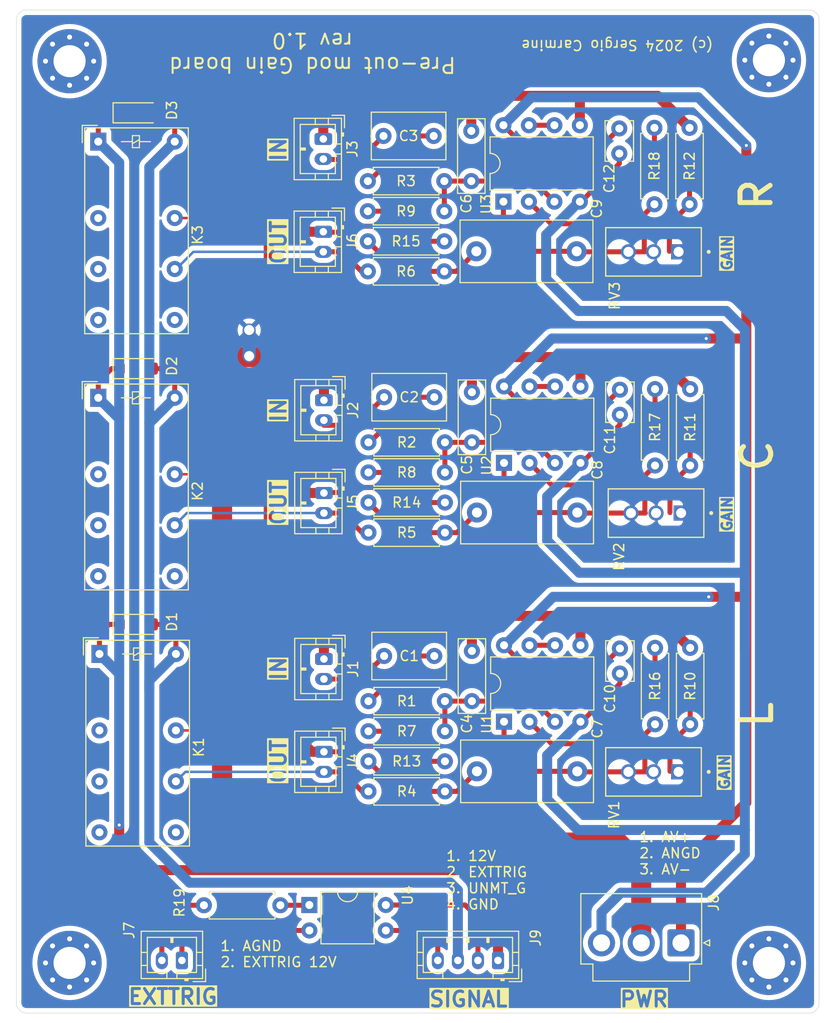
<source format=kicad_pcb>
(kicad_pcb (version 20240108) (generator "pcbnew") (generator_version "8.0")
  (layers (0 "F.Cu" signal) (31 "B.Cu" signal) (34 "B.Paste" user) (35 "F.Paste" user) (36 "B.SilkS" user "B.Silkscreen") (37 "F.SilkS" user "F.Silkscreen") (38 "B.Mask" user) (39 "F.Mask" user) (44 "Edge.Cuts" user))
  (net 0 "")
  (net 1 "Net-(C1-Pad2)")
  (net 2 "IN_FL")
  (net 3 "Net-(C2-Pad2)")
  (net 4 "IN_CEN")
  (net 5 "Net-(C3-Pad2)")
  (net 6 "IN_FR")
  (net 7 "AV+")
  (net 8 "AV-")
  (net 9 "+12V")
  (net 10 "UNMUTE_G")
  (net 11 "OUT_FL")
  (net 12 "OUT_CEN")
  (net 13 "OUT_FR")
  (net 14 "Net-(C7-Pad2)")
  (net 15 "Net-(U1A-+)")
  (net 16 "Net-(U1B--)")
  (net 17 "Net-(U1A--)")
  (net 18 "Net-(C7-Pad1)")
  (net 19 "Net-(U2A-+)")
  (net 20 "Net-(U2A--)")
  (net 21 "Net-(U2B--)")
  (net 22 "Net-(C8-Pad1)")
  (net 23 "Net-(C9-Pad1)")
  (net 24 "Net-(U3B--)")
  (net 25 "Net-(U3A-+)")
  (net 26 "Net-(U3A--)")
  (net 27 "Net-(C8-Pad2)")
  (net 28 "Net-(C9-Pad2)")
  (net 35 "SHIELD")
  (net 36 "Net-(J7-Pin_2)")
  (net 37 "EXTTRIG")
  (net 38 "GND")
  (net 39 "Net-(R19-Pad2)")
  (net 40 "AGND")
  (net 77 "Net-(J7-Pin_1)")
  (footprint "Resistor_THT:R_Axial_DIN0207_L6.3mm_D2.5mm_P7.62mm_Horizontal" (layer "F.Cu") (at 209.65 73.79 -90)
    (property "Reference" "R17")
    (property "Value" "33k")
  )
  (footprint "Package_DIP:DIP-8_W7.62mm" (layer "F.Cu") (at 194.6 106.95 90)
    (property "Reference" "U1")
    (property "Value" "NE5532")
  )
  (footprint "Package_DIP:DIP-8_W7.62mm" (layer "F.Cu") (at 194.6 81.15 90)
    (property "Reference" "U2")
    (property "Value" "NE5532")
  )
  (footprint "Resistor_THT:R_Axial_DIN0207_L6.3mm_D2.5mm_P7.62mm_Horizontal" (layer "F.Cu") (at 164.69 125.25)
    (property "Reference" "R19")
    (property "Value" "2.2k")
  )
  (footprint "MountingHole:MountingHole_3.2mm_M3_Pad_Via" (layer "F.Cu") (at 151.302944 130.999999)
    (property "Reference" "H3" (hide yes))
    (property "Value" "MountingHole_Pad")
  )
  (footprint "Connector_JST:JST_PH_B2B-PH-K_1x02_P2.00mm_Vertical" (layer "F.Cu") (at 176.65 74.9 -90)
    (property "Reference" "J2")
    (property "Value" "Conn_01x02")
  )
  (footprint "project_lib:TRIM_PV36W503C01B00" (layer "F.Cu") (at 209.75 86.15 180)
    (property "Reference" "RV2")
    (property "Value" "50k")
  )
  (footprint "Capacitor_THT:C_Rect_L7.2mm_W4.5mm_P5.00mm_FKS2_FKP2_MKS2_MKP2" (layer "F.Cu") (at 182.65 100.4)
    (property "Reference" "C1")
    (property "Value" "0.68u")
  )
  (footprint "Resistor_THT:R_Axial_DIN0207_L6.3mm_D2.5mm_P7.62mm_Horizontal" (layer "F.Cu") (at 213.15 81.41 90)
    (property "Reference" "R11")
    (property "Value" "2.2k")
  )
  (footprint "Connector_JST:JST_PH_B2B-PH-K_1x02_P2.00mm_Vertical" (layer "F.Cu") (at 176.65 100.7 -90)
    (property "Reference" "J1")
    (property "Value" "Conn_01x02")
  )
  (footprint "Relay_THT:Relay_DPDT_Finder_30.22" (layer "F.Cu") (at 154.28 100.2 -90)
    (property "Reference" "K1")
    (property "Value" "J104D2C12VDC.36S")
  )
  (footprint "NetTie:NetTie-2_THT_Pad1.0mm" (layer "F.Cu") (at 169.2 70.5 90)
    (property "Reference" "NT1" (hide yes))
    (property "Value" "NetTie_2" (hide yes))
  )
  (footprint "Capacitor_THT:C_Disc_D3.8mm_W2.6mm_P2.50mm" (layer "F.Cu") (at 206.15 102.15 90)
    (property "Reference" "C10")
    (property "Value" "100n")
  )
  (footprint "Capacitor_THT:C_Rect_L7.2mm_W2.5mm_P5.00mm_FKS2_FKP2_MKS2_MKP2" (layer "F.Cu") (at 191.4 99.9 -90)
    (property "Reference" "C4")
    (property "Value" "10n")
  )
  (footprint "Resistor_THT:R_Axial_DIN0207_L6.3mm_D2.5mm_P7.62mm_Horizontal" (layer "F.Cu") (at 188.71 79.1 180)
    (property "Reference" "R2")
    (property "Value" "100")
  )
  (footprint "Resistor_THT:R_Axial_DIN0207_L6.3mm_D2.5mm_P7.62mm_Horizontal" (layer "F.Cu") (at 188.65 53.055 180)
    (property "Reference" "R3")
    (property "Value" "100")
  )
  (footprint "Capacitor_THT:C_Rect_L13.0mm_W6.0mm_P10.00mm_FKS3_FKP3_MKS4" (layer "F.Cu") (at 201.9 111.9 180)
    (property "Reference" "C7")
    (property "Value" "3.3u")
  )
  (footprint "Capacitor_THT:C_Disc_D3.8mm_W2.6mm_P2.50mm" (layer "F.Cu") (at 206.09 50.305 90)
    (property "Reference" "C12")
    (property "Value" "100n")
  )
  (footprint "Diode_SMD:D_SOD-123" (layer "F.Cu") (at 158 71.75)
    (property "Reference" "D2")
    (property "Value" "SL1B")
  )
  (footprint "Capacitor_THT:C_Rect_L7.2mm_W2.5mm_P5.00mm_FKS2_FKP2_MKS2_MKP2" (layer "F.Cu") (at 191.34 48.055 -90)
    (property "Reference" "C6")
    (property "Value" "10n")
  )
  (footprint "Connector_JST:JST_PH_B2B-PH-K_1x02_P2.00mm_Vertical" (layer "F.Cu") (at 176.59 48.855 -90)
    (property "Reference" "J3")
    (property "Value" "Conn_01x02")
  )
  (footprint "Resistor_THT:R_Axial_DIN0207_L6.3mm_D2.5mm_P7.62mm_Horizontal" (layer "F.Cu") (at 213.15 107.21 90)
    (property "Reference" "R10")
    (property "Value" "2.2k")
  )
  (footprint "Connector_JST:JST_PH_B2B-PH-K_1x02_P2.00mm_Vertical" (layer "F.Cu") (at 176.65 109.95 -90)
    (property "Reference" "J4")
    (property "Value" "Conn_01x02")
  )
  (footprint "Relay_THT:Relay_DPDT_Finder_30.22" (layer "F.Cu") (at 154.1625 74.66 -90)
    (property "Reference" "K2")
    (property "Value" "J104D2C12VDC.36S")
  )
  (footprint "Resistor_THT:R_Axial_DIN0207_L6.3mm_D2.5mm_P7.62mm_Horizontal" (layer "F.Cu") (at 181.03 62.055)
    (property "Reference" "R6")
    (property "Value" "100")
  )
  (footprint "Capacitor_THT:C_Disc_D3.8mm_W2.6mm_P2.50mm" (layer "F.Cu") (at 206.15 76.35 90)
    (property "Reference" "C11")
    (property "Value" "100n")
  )
  (footprint "Connector_JST:JST_PH_B2B-PH-K_1x02_P2.00mm_Vertical" (layer "F.Cu") (at 176.65 84.15 -90)
    (property "Reference" "J5")
    (property "Value" "Conn_01x02")
  )
  (footprint "Resistor_THT:R_Axial_DIN0207_L6.3mm_D2.5mm_P7.62mm_Horizontal" (layer "F.Cu") (at 188.65 56.055 180)
    (property "Reference" "R9")
    (property "Value" "220k")
  )
  (footprint "Resistor_THT:R_Axial_DIN0207_L6.3mm_D2.5mm_P7.62mm_Horizontal" (layer "F.Cu") (at 209.59 47.745 -90)
    (property "Reference" "R18")
    (property "Value" "33k")
  )
  (footprint "Capacitor_THT:C_Rect_L7.2mm_W4.5mm_P5.00mm_FKS2_FKP2_MKS2_MKP2" (layer "F.Cu") (at 182.65 74.6)
    (property "Reference" "C2")
    (property "Value" "0.68u")
  )
  (footprint "Resistor_THT:R_Axial_DIN0207_L6.3mm_D2.5mm_P7.62mm_Horizontal" (layer "F.Cu") (at 188.71 104.9 180)
    (property "Reference" "R1")
    (property "Value" "100")
  )
  (footprint "Resistor_THT:R_Axial_DIN0207_L6.3mm_D2.5mm_P7.62mm_Horizontal" (layer "F.Cu") (at 209.65 99.59 -90)
    (property "Reference" "R16")
    (property "Value" "33k")
  )
  (footprint "Connector_JST:JST_VH_B3P-VH-B_1x03_P3.96mm_Vertical" (layer "F.Cu") (at 212.2375 129 180)
    (property "Reference" "J8")
    (property "Value" "Conn_01x03")
  )
  (footprint "Capacitor_THT:C_Rect_L7.2mm_W4.5mm_P5.00mm_FKS2_FKP2_MKS2_MKP2" (layer "F.Cu") (at 182.59 48.555)
    (property "Reference" "C3")
    (property "Value" "0.68u")
  )
  (footprint "Connector_JST:JST_PH_B4B-PH-K_1x04_P2.00mm_Vertical" (layer "F.Cu") (at 194 130.75 180)
    (property "Reference" "J9")
    (property "Value" "Conn_01x04")
  )
  (footprint "Capacitor_THT:C_Rect_L13.0mm_W6.0mm_P10.00mm_FKS3_FKP3_MKS4" (layer "F.Cu") (at 201.84 60.055 180)
    (property "Reference" "C9")
    (property "Value" "3.3u")
  )
  (footprint "MountingHole:MountingHole_3.2mm_M3_Pad_Via" (layer "F.Cu") (at 151.302944 41.099999)
    (property "Reference" "H2" (hide yes))
    (property "Value" "MountingHole_Pad")
  )
  (footprint "MountingHole:MountingHole_3.2mm_M3_Pad_Via" (layer "F.Cu") (at 221 131)
    (property "Reference" "H4" (hide yes))
    (property "Value" "MountingHole_Pad")
  )
  (footprint "Resistor_THT:R_Axial_DIN0207_L6.3mm_D2.5mm_P7.62mm_Horizontal" (layer "F.Cu") (at 181.09 85.1)
    (property "Reference" "R14")
    (property "Value" "33k")
  )
  (footprint "Relay_THT:Relay_DPDT_Finder_30.22" (layer "F.Cu") (at 154.1625 49.12 -90)
    (property "Reference" "K3")
    (property "Value" "G5V-1")
  )
  (footprint "Resistor_THT:R_Axial_DIN0207_L6.3mm_D2.5mm_P7.62mm_Horizontal" (layer "F.Cu") (at 181.09 113.9)
    (property "Reference" "R4")
    (property "Value" "100")
  )
  (footprint "Capacitor_THT:C_Rect_L13.0mm_W6.0mm_P10.00mm_FKS3_FKP3_MKS4" (layer "F.Cu") (at 201.9 86.1 180)
    (property "Reference" "C8")
    (property "Value" "3.3u")
  )
  (footprint "Resistor_THT:R_Axial_DIN0207_L6.3mm_D2.5mm_P7.62mm_Horizontal" (layer "F.Cu") (at 181.03 59.055)
    (property "Reference" "R15")
    (property "Value" "33k")
  )
  (footprint "Package_DIP:DIP-8_W7.62mm" (layer "F.Cu") (at 194.54 55.105 90)
    (property "Reference" "U3")
    (property "Value" "NE5532")
  )
  (footprint "Diode_SMD:D_SOD-123" (layer "F.Cu") (at 158 46.25)
    (property "Reference" "D3")
    (property "Value" "SL1B")
  )
  (footprint "MountingHole:MountingHole_3.2mm_M3_Pad_Via" (layer "F.Cu") (at 221 41)
    (property "Reference" "H1" (hide yes))
    (property "Value" "MountingHole_Pad")
  )
  (footprint "Diode_SMD:D_SOD-123" (layer "F.Cu") (at 158 97.25)
    (property "Reference" "D1")
    (property "Value" "SL1B")
  )
  (footprint "project_lib:TRIM_PV36W503C01B00" (layer "F.Cu") (at 209.5 60.105 180)
    (property "Reference" "RV3")
    (property "Value" "50k")
  )
  (footprint "Resistor_THT:R_Axial_DIN0207_L6.3mm_D2.5mm_P7.62mm_Horizontal" (layer "F.Cu") (at 188.71 82.1 180)
    (property "Reference" "R8")
    (property "Value" "220k")
  )
  (footprint "Connector_JST:JST_PH_B2B-PH-K_1x02_P2.00mm_Vertical" (layer "F.Cu") (at 176.59 58.105 -90)
    (property "Reference" "J6")
    (property "Value" "Conn_01x02")
  )
  (footprint "Resistor_THT:R_Axial_DIN0207_L6.3mm_D2.5mm_P7.62mm_Horizontal" (layer "F.Cu") (at 213.09 55.365 90)
    (property "Reference" "R12")
    (property "Value" "2.2k")
  )
  (footprint "Resistor_THT:R_Axial_DIN0207_L6.3mm_D2.5mm_P7.62mm_Horizontal" (layer "F.Cu") (at 188.71 107.9 180)
    (property "Reference" "R7")
    (property "Value" "220k")
  )
  (footprint "Package_DIP:DIP-4_W7.62mm" (layer "F.Cu") (at 175.2 125.225)
    (property "Reference" "U4")
    (property "Value" "140817141310")
  )
  (footprint "Capacitor_THT:C_Rect_L7.2mm_W2.5mm_P5.00mm_FKS2_FKP2_MKS2_MKP2" (layer "F.Cu") (at 191.4 74.1 -90)
    (property "Reference" "C5")
    (property "Value" "10n")
  )
  (footprint "Connector_JST:JST_PH_B2B-PH-K_1x02_P2.00mm_Vertical" (layer "F.Cu") (at 162.5 130.75 180)
    (property "Reference" "J7")
    (property "Value" "Conn_01x02")
  )
  (footprint "Resistor_THT:R_Axial_DIN0207_L6.3mm_D2.5mm_P7.62mm_Horizontal" (layer "F.Cu") (at 181.09 110.9)
    (property "Reference" "R13")
    (property "Value" "33k")
  )
  (footprint "project_lib:TRIM_PV36W503C01B00" (layer "F.Cu") (at 209.5 111.95 180)
    (property "Reference" "RV1")
    (property "Value" "50k")
  )
  (footprint "Resistor_THT:R_Axial_DIN0207_L6.3mm_D2.5mm_P7.62mm_Horizontal" (layer "F.Cu") (at 181.09 88.1)
    (property "Reference" "R5")
    (property "Value" "100")
  )
  (gr_arc (start 146 37) (mid 146.292893 36.292893) (end 147 35.999999) (stroke (width 0.05)) (layer "Edge.Cuts"))
  (gr_arc (start 147 135.999999) (mid 146.292893 135.707106) (end 146 134.999999) (stroke (width 0.05)) (layer "Edge.Cuts"))
  (gr_line (start 146 37) (end 146 134.999999) (stroke (width 0.05)) (layer "Edge.Cuts"))
  (gr_arc (start 226 135) (mid 225.707107 135.707107) (end 225 136) (stroke (width 0.05)) (layer "Edge.Cuts"))
  (gr_arc (start 225 36) (mid 225.707107 36.292893) (end 226 37) (stroke (width 0.05)) (layer "Edge.Cuts"))
  (gr_line (start 225 36) (end 147 35.999999) (stroke (width 0.05)) (layer "Edge.Cuts"))
  (gr_line (start 226 135) (end 226 37) (stroke (width 0.05)) (layer "Edge.Cuts"))
  (gr_line (start 147 135.999999) (end 225 136) (stroke (width 0.05)) (layer "Edge.Cuts"))
  (gr_text "C" (at 218.06 80.45 90) (layer "F.SilkS") (effects (font (size 3 3) (thickness 0.5) (bold yes)) (justify top)))
  (gr_text "IN" (at 173 51.25 90) (layer "F.SilkS" knockout) (effects (font (size 1.5 1.5) (thickness 0.3) (bold yes)) (justify left bottom)))
  (gr_text "IN" (at 173 77.25 90) (layer "F.SilkS" knockout) (effects (font (size 1.5 1.5) (thickness 0.3) (bold yes)) (justify left bottom)))
  (gr_text "(c) 2024 Sergio Carmine " (at 205.5 39.5 180) (layer "F.SilkS") (effects (font (size 1 1))))
  (gr_text "SIGNAL" (at 187 135.5 0) (layer "F.SilkS" knockout) (effects (font (size 1.5 1.5) (thickness 0.3) (bold yes)) (justify left bottom)))
  (gr_text "OUT" (at 173 61.5 90) (layer "F.SilkS" knockout) (effects (font (size 1.5 1.5) (thickness 0.3) (bold yes)) (justify left bottom)))
  (gr_text "1. AV+\n2. ANGD\n3. AV-" (at 208 122.25 0) (layer "F.SilkS") (effects (font (size 1 1)) (justify left bottom)))
  (gr_text "OUT" (at 173 87.5 90) (layer "F.SilkS" knockout) (effects (font (size 1.5 1.5) (thickness 0.3) (bold yes)) (justify left bottom)))
  (gr_text "R" (at 218 54.405 90) (layer "F.SilkS") (effects (font (size 3 3) (thickness 0.5) (bold yes)) (justify top)))
  (gr_text "Pre-out mod Gain board\nrev 1.0" (at 175.5 40.25 180) (layer "F.SilkS") (effects (font (size 1.5 1.5) (thickness 0.2))))
  (gr_text "1. 12V\n2. EXTTRIG\n3. UNMT_G\n4. GND" (at 188.75 125.75 0) (layer "F.SilkS") (effects (font (size 1 1)) (justify left bottom)))
  (gr_text "L" (at 218.06 106.25 90) (layer "F.SilkS") (effects (font (size 3 3) (thickness 0.5) (bold yes)) (justify top)))
  (gr_text "GAIN" (at 216.25 60.25 90) (layer "F.SilkS" knockout) (effects (font (size 1 1) (thickness 0.25) (bold yes)) (justify top)))
  (gr_text "PWR" (at 206 135.5 0) (layer "F.SilkS" knockout) (effects (font (size 1.5 1.5) (thickness 0.3) (bold yes)) (justify left bottom)))
  (gr_text "1. AGND\n2. EXTTRIG 12V" (at 166.25 131.5 0) (layer "F.SilkS") (effects (font (size 1 1)) (justify left bottom)))
  (gr_text "IN" (at 173 103 90) (layer "F.SilkS" knockout) (effects (font (size 1.5 1.5) (thickness 0.3) (bold yes)) (justify left bottom)))
  (gr_text "GAIN" (at 216 112 90) (layer "F.SilkS" knockout) (effects (font (size 1 1) (thickness 0.25) (bold yes)) (justify top)))
  (gr_text "EXTTRIG" (at 157 135.25 0) (layer "F.SilkS" knockout) (effects (font (size 1.5 1.5) (thickness 0.3) (bold yes)) (justify left bottom)))
  (gr_text "OUT" (at 173 113.25 90) (layer "F.SilkS" knockout) (effects (font (size 1.5 1.5) (thickness 0.3) (bold yes)) (justify left bottom)))
  (gr_text "GAIN" (at 216.25 86.25 90) (layer "F.SilkS" knockout) (effects (font (size 1 1) (thickness 0.25) (bold yes)) (justify top)))
  (segment (start 181.09 104.9) (end 181.21 104.9) (width 0.5) (layer "F.Cu") (net 1))
  (segment (start 185.71 100.4) (end 187.65 100.4) (width 0.5) (layer "F.Cu") (net 1))
  (segment (start 181.21 104.9) (end 185.71 100.4) (width 0.5) (layer "F.Cu") (net 1))
  (segment (start 176.65 102.7) (end 180.35 102.7) (width 0.5) (layer "F.Cu") (net 2))
  (segment (start 180.35 102.7) (end 182.65 100.4) (width 0.5) (layer "F.Cu") (net 2))
  (segment (start 185.71 74.6) (end 187.65 74.6) (width 0.5) (layer "F.Cu") (net 3))
  (segment (start 181.21 79.1) (end 185.71 74.6) (width 0.5) (layer "F.Cu") (net 3))
  (segment (start 181.09 79.1) (end 181.21 79.1) (width 0.5) (layer "F.Cu") (net 3))
  (segment (start 176.65 77.4) (end 179.85 77.4) (width 0.5) (layer "F.Cu") (net 4))
  (segment (start 179.85 77.4) (end 182.65 74.6) (width 0.5) (layer "F.Cu") (net 4))
  (segment (start 181.15 53.055) (end 185.65 48.555) (width 0.5) (layer "F.Cu") (net 5))
  (segment (start 185.65 48.555) (end 187.59 48.555) (width 0.5) (layer "F.Cu") (net 5))
  (segment (start 181.03 53.055) (end 181.15 53.055) (width 0.5) (layer "F.Cu") (net 5))
  (segment (start 176.59 50.855) (end 176.635 50.9) (width 0.5) (layer "F.Cu") (net 6))
  (segment (start 176.635 50.9) (end 180.245 50.9) (width 0.5) (layer "F.Cu") (net 6))
  (segment (start 180.245 50.9) (end 182.59 48.555) (width 0.5) (layer "F.Cu") (net 6))
  (segment (start 197.34 50.305) (end 203.59 50.305) (width 0.5) (layer "F.Cu") (net 7))
  (segment (start 194.6 73.53) (end 194.6 73.55) (width 0.5) (layer "F.Cu") (net 7))
  (segment (start 194.54 47.485) (end 194.54 47.505) (width 0.5) (layer "F.Cu") (net 7))
  (segment (start 197.4 102.15) (end 203.65 102.15) (width 0.5) (layer "F.Cu") (net 7))
  (segment (start 203.59 50.305) (end 206.09 47.805) (width 0.5) (layer "F.Cu") (net 7))
  (segment (start 215 94.5) (end 218.75 94.5) (width 1) (layer "F.Cu") (net 7))
  (segment (start 212.2375 129) (end 212.2375 121.5125) (width 1) (layer "F.Cu") (net 7))
  (segment (start 194.54 47.505) (end 197.34 50.305) (width 0.5) (layer "F.Cu") (net 7))
  (segment (start 212.2375 121.5125) (end 218.75 115) (width 1) (layer "F.Cu") (net 7))
  (segment (start 203.65 102.15) (end 206.15 99.65) (width 0.5) (layer "F.Cu") (net 7))
  (segment (start 197.4 76.35) (end 203.65 76.35) (width 0.5) (layer "F.Cu") (net 7))
  (segment (start 218.75 115) (end 218.75 69.5) (width 1) (layer "F.Cu") (net 7))
  (segment (start 194.6 73.55) (end 197.4 76.35) (width 0.5) (layer "F.Cu") (net 7))
  (segment (start 214.75 68.75) (end 218.75 68.75) (width 1) (layer "F.Cu") (net 7))
  (segment (start 218.75 49.5) (end 218.75 69.5) (width 1) (layer "F.Cu") (net 7))
  (segment (start 194.6 99.33) (end 194.6 99.35) (width 0.5) (layer "F.Cu") (net 7))
  (segment (start 194.6 99.35) (end 197.4 102.15) (width 0.5) (layer "F.Cu") (net 7))
  (segment (start 203.65 76.35) (end 206.15 73.85) (width 0.5) (layer "F.Cu") (net 7))
  (via (at 215 94.5) (size 0.7) (drill 0.3) (layers "F.Cu" "B.Cu") (net 7))
  (via (at 214.75 68.75) (size 0.7) (drill 0.3) (layers "F.Cu" "B.Cu") (net 7))
  (via (at 218.75 49.5) (size 0.7) (drill 0.3) (layers "F.Cu" "B.Cu") (net 7))
  (segment (start 199.38 68.75) (end 194.6 73.53) (width 1) (layer "B.Cu") (net 7))
  (segment (start 194.67 99.33) (end 194.6 99.33) (width 1) (layer "B.Cu") (net 7))
  (segment (start 214.75 68.75) (end 199.38 68.75) (width 1) (layer "B.Cu") (net 7))
  (segment (start 197.325 44.7) (end 194.54 47.485) (width 1) (layer "B.Cu") (net 7))
  (segment (start 218.75 49.5) (end 213.95 44.7) (width 1) (layer "B.Cu") (net 7))
  (segment (start 199.5 94.5) (end 194.67 99.33) (width 1) (layer "B.Cu") (net 7))
  (segment (start 213.95 44.7) (end 197.325 44.7) (width 1) (layer "B.Cu") (net 7))
  (segment (start 215 94.5) (end 199.5 94.5) (width 1) (layer "B.Cu") (net 7))
  (segment (start 206.15 76.35) (end 206.15 77.35) (width 0.5) (layer "F.Cu") (net 8))
  (segment (start 206.15 103.15) (end 202.35 106.95) (width 0.5) (layer "F.Cu") (net 8))
  (segment (start 202.35 106.95) (end 202.22 106.95) (width 0.5) (layer "F.Cu") (net 8))
  (segment (start 202.35 81.15) (end 202.22 81.15) (width 0.5) (layer "F.Cu") (net 8))
  (segment (start 206.15 77.35) (end 202.35 81.15) (width 0.5) (layer "F.Cu") (net 8))
  (segment (start 206.09 50.305) (end 206.09 51.305) (width 0.5) (layer "F.Cu") (net 8))
  (segment (start 202.29 55.105) (end 202.16 55.105) (width 0.5) (layer "F.Cu") (net 8))
  (segment (start 206.09 51.305) (end 202.29 55.105) (width 0.5) (layer "F.Cu") (net 8))
  (segment (start 206.15 102.15) (end 206.15 103.15) (width 0.5) (layer "F.Cu") (net 8))
  (segment (start 218.6 67.85) (end 216.75 66) (width 1) (layer "B.Cu") (net 8))
  (segment (start 202.1 92.1) (end 198.9 88.9) (width 1) (layer "B.Cu") (net 8))
  (segment (start 198.8 62.8) (end 198.8 58.4) (width 1) (layer "B.Cu") (net 8))
  (segment (start 198.8 58.4) (end 202.095 55.105) (width 1) (layer "B.Cu") (net 8))
  (segment (start 198.9 110.3) (end 202.195 107.005) (width 1) (layer "B.Cu") (net 8))
  (segment (start 198.9 84.5) (end 202.195 81.205) (width 1) (layer "B.Cu") (net 8))
  (segment (start 202.095 55.105) (end 202.16 55.105) (width 1) (layer "B.Cu") (net 8))
  (segment (start 198.9 88.9) (end 198.9 84.5) (width 1) (layer "B.Cu") (net 8))
  (segment (start 204.3175 129) (end 204.3175 125.9325) (width 1) (layer "B.Cu") (net 8))
  (segment (start 216.75 66) (end 202 66) (width 1) (layer "B.Cu") (net 8))
  (segment (start 214.75 124) (end 218.6 120.15) (width 1) (layer "B.Cu") (net 8))
  (segment (start 198.9 114.7) (end 198.9 110.3) (width 1) (layer "B.Cu") (net 8))
  (segment (start 218.5 92.1) (end 202.1 92.1) (width 1) (layer "B.Cu") (net 8))
  (segment (start 201.95 117.75) (end 218.6 117.75) (width 1) (layer "B.Cu") (net 8))
  (segment (start 218.6 120.15) (end 218.6 117.75) (width 1) (layer "B.Cu") (net 8))
  (segment (start 204.3175 125.9325) (end 206.25 124) (width 1) (layer "B.Cu") (net 8))
  (segment (start 218.6 100) (end 218.6 92.2) (width 1) (layer "B.Cu") (net 8))
  (segment (start 198.9 114.7) (end 201.95 117.75) (width 1) (layer "B.Cu") (net 8))
  (segment (start 218.6 92.2) (end 218.5 92.1) (width 1) (layer "B.Cu") (net 8))
  (segment (start 202 66) (end 198.8 62.8) (width 1) (layer "B.Cu") (net 8))
  (segment (start 218.6 117.75) (end 218.6 67.85) (width 1) (layer "B.Cu") (net 8))
  (segment (start 206.25 124) (end 214.75 124) (width 1) (layer "B.Cu") (net 8))
  (segment (start 155.5 71.75) (end 156.35 71.75) (width 0.5) (layer "F.Cu") (net 9))
  (segment (start 154.1625 74.66) (end 154.1625 73.0875) (width 0.5) (layer "F.Cu") (net 9))
  (segment (start 154.28 100.2) (end 154.28 98.22) (width 0.5) (layer "F.Cu") (net 9))
  (segment (start 156.25 117.25) (end 156.25 118.5) (width 1) (layer "F.Cu") (net 9))
  (segment (start 156.25 118.5) (end 159.5 121.75) (width 1) (layer "F.Cu") (net 9))
  (segment (start 154.1625 49.12) (end 154.1625 47.3375) (width 0.5) (layer "F.Cu") (net 9))
  (segment (start 155.25 97.25) (end 156.35 97.25) (width 0.5) (layer "F.Cu") (net 9))
  (segment (start 154.1625 47.3375) (end 155.25 46.25) (width 0.5) (layer "F.Cu") (net 9))
  (segment (start 155.25 46.25) (end 156.35 46.25) (width 0.5) (layer "F.Cu") (net 9))
  (segment (start 194 123.75) (end 194 130.75) (width 1) (layer "F.Cu") (net 9))
  (segment (start 159.5 121.75) (end 192 121.75) (width 1) (layer "F.Cu") (net 9))
  (segment (start 154.28 98.22) (end 155.25 97.25) (width 0.5) (layer "F.Cu") (net 9))
  (segment (start 154.1625 73.0875) (end 155.5 71.75) (width 0.5) (layer "F.Cu") (net 9))
  (segment (start 192 121.75) (end 194 123.75) (width 1) (layer "F.Cu") (net 9))
  (segment (start 154.1625 74.66) (end 154.1625 74.6625) (width 1) (layer "F.Cu") (net 9))
  (via (at 156.25 117.25) (size 0.7) (drill 0.3) (layers "F.Cu" "B.Cu") (net 9))
  (segment (start 156.08 102) (end 156.25 102) (width 1) (layer "B.Cu") (net 9))
  (segment (start 154.28 100.2) (end 156.08 102) (width 1) (layer "B.Cu") (net 9))
  (segment (start 156.25 51.2075) (end 154.1625 49.12) (width 1) (layer "B.Cu") (net 9))
  (segment (start 156.25 76.75) (end 156.25 51.2075) (width 1) (layer "B.Cu") (net 9))
  (segment (start 154.1625 74.6625) (end 156.25 76.75) (width 1) (layer "B.Cu") (net 9))
  (segment (start 156.25 117.25) (end 156.25 75.25) (width 1) (layer "B.Cu") (net 9))
  (segment (start 160.75 46.25) (end 161.7825 47.2825) (width 0.5) (layer "F.Cu") (net 10))
  (segment (start 161.7825 73.0325) (end 161.7825 74.66) (width 0.5) (layer "F.Cu") (net 10))
  (segment (start 159.65 71.75) (end 160.5 71.75) (width 0.5) (layer "F.Cu") (net 10))
  (segment (start 161.7825 47.2825) (end 161.7825 49.12) (width 0.5) (layer "F.Cu") (net 10))
  (segment (start 160.75 97.25) (end 161.9 98.4) (width 0.5) (layer "F.Cu") (net 10))
  (segment (start 159.65 46.25) (end 160.75 46.25) (width 0.5) (layer "F.Cu") (net 10))
  (segment (start 161.9 98.4) (end 161.9 100.2) (width 0.5) (layer "F.Cu") (net 10))
  (segment (start 159.65 97.25) (end 160.75 97.25) (width 0.5) (layer "F.Cu") (net 10))
  (segment (start 160.5 71.75) (end 161.7825 73.0325) (width 0.5) (layer "F.Cu") (net 10))
  (segment (start 161.7825 74.66) (end 159.25 77.1925) (width 1) (layer "B.Cu") (net 10))
  (segment (start 190 123.75) (end 189.25 123) (width 1) (layer "B.Cu") (net 10))
  (segment (start 159.25 51.6525) (end 159.25 103.75) (width 1) (layer "B.Cu") (net 10))
  (segment (start 190 130.75) (end 190 123.75) (width 1) (layer "B.Cu") (net 10))
  (segment (start 163.25 123) (end 159.25 119) (width 1) (layer "B.Cu") (net 10))
  (segment (start 161.7825 49.12) (end 159.25 51.6525) (width 1) (layer "B.Cu") (net 10))
  (segment (start 159.25 102.85) (end 161.9 100.2) (width 1) (layer "B.Cu") (net 10))
  (segment (start 189.25 123) (end 163.25 123) (width 1) (layer "B.Cu") (net 10))
  (segment (start 159.25 119) (end 159.25 102.85) (width 1) (layer "B.Cu") (net 10))
  (segment (start 181.09 113.9) (end 180.46 113.9) (width 0.5) (layer "F.Cu") (net 11))
  (segment (start 178.51 111.95) (end 176.65 111.95) (width 0.5) (layer "F.Cu") (net 11))
  (segment (start 180.46 113.9) (end 178.51 111.95) (width 0.5) (layer "F.Cu") (net 11))
  (segment (start 161.9 112.9) (end 162.85 111.95) (width 0.25) (layer "B.Cu") (net 11))
  (segment (start 162.85 111.95) (end 176.65 111.95) (width 0.25) (layer "B.Cu") (net 11))
  (segment (start 180.46 88.1) (end 178.51 86.15) (width 0.5) (layer "F.Cu") (net 12))
  (segment (start 181.09 88.1) (end 180.46 88.1) (width 0.5) (layer "F.Cu") (net 12))
  (segment (start 178.51 86.15) (end 176.65 86.15) (width 0.5) (layer "F.Cu") (net 12))
  (segment (start 162.9925 86.15) (end 176.65 86.15) (width 0.25) (layer "B.Cu") (net 12))
  (segment (start 161.7825 87.36) (end 162.9925 86.15) (width 0.25) (layer "B.Cu") (net 12))
  (segment (start 180.4 62.055) (end 178.45 60.105) (width 0.5) (layer "F.Cu") (net 13))
  (segment (start 181.03 62.055) (end 180.4 62.055) (width 0.5) (layer "F.Cu") (net 13))
  (segment (start 178.45 60.105) (end 176.59 60.105) (width 0.5) (layer "F.Cu") (net 13))
  (segment (start 161.93 61.82) (end 163.645 60.105) (width 0.25) (layer "B.Cu") (net 13))
  (segment (start 161.7825 61.82) (end 161.93 61.82) (width 0.25) (layer "B.Cu") (net 13))
  (segment (start 163.645 60.105) (end 176.59 60.105) (width 0.25) (layer "B.Cu") (net 13))
  (segment (start 181.09 110.9) (end 184.09 113.9) (width 0.5) (layer "F.Cu") (net 14))
  (segment (start 188.71 113.9) (end 189.9 113.9) (width 0.5) (layer "F.Cu") (net 14))
  (segment (start 189.9 113.9) (end 191.9 111.9) (width 0.5) (layer "F.Cu") (net 14))
  (segment (start 184.09 113.9) (end 188.71 113.9) (width 0.5) (layer "F.Cu") (net 14))
  (segment (start 197.63 104.9) (end 199.68 106.95) (width 0.5) (layer "F.Cu") (net 15))
  (segment (start 188.71 104.9) (end 191.4 104.9) (width 0.5) (layer "F.Cu") (net 15))
  (segment (start 191.4 104.9) (end 197.63 104.9) (width 0.5) (layer "F.Cu") (net 15))
  (segment (start 188.71 107.9) (end 188.71 104.9) (width 0.5) (layer "F.Cu") (net 15))
  (segment (start 197.14 99.33) (end 199.68 99.33) (width 0.5) (layer "F.Cu") (net 16))
  (segment (start 211.14 109.22) (end 213.15 107.21) (width 0.5) (layer "F.Cu") (net 17))
  (segment (start 209.65 103.9) (end 209.65 102.9) (width 0.5) (layer "F.Cu") (net 17))
  (segment (start 211.14 111.9) (end 211.14 109.22) (width 0.5) (layer "F.Cu") (net 17))
  (segment (start 211.4 102.9) (end 209.65 102.9) (width 0.5) (layer "F.Cu") (net 17))
  (segment (start 197.14 106.95) (end 199.34 109.15) (width 0.5) (layer "F.Cu") (net 17))
  (segment (start 213.15 104.65) (end 211.4 102.9) (width 0.5) (layer "F.Cu") (net 17))
  (segment (start 213.15 107.21) (end 213.15 104.65) (width 0.5) (layer "F.Cu") (net 17))
  (segment (start 204.4 109.15) (end 209.65 103.9) (width 0.5) (layer "F.Cu") (net 17))
  (segment (start 209.65 102.9) (end 209.65 99.59) (width 0.5) (layer "F.Cu") (net 17))
  (segment (start 199.34 109.15) (end 204.4 109.15) (width 0.5) (layer "F.Cu") (net 17))
  (segment (start 194.6 106.95) (end 194.6 109.1) (width 0.5) (layer "F.Cu") (net 18))
  (segment (start 209.65 107.21) (end 208.64 108.22) (width 0.5) (layer "F.Cu") (net 18))
  (segment (start 208.64 108.22) (end 208.64 111.91) (width 0.5) (layer "F.Cu") (net 18))
  (segment (start 206.18 111.95) (end 208.68 111.95) (width 0.5) (layer "F.Cu") (net 18))
  (segment (start 197.4 111.9) (end 201.15 111.9) (width 0.5) (layer "F.Cu") (net 18))
  (segment (start 194.6 109.1) (end 197.4 111.9) (width 0.5) (layer "F.Cu") (net 18))
  (segment (start 201.15 111.9) (end 201.2 111.95) (width 0.5) (layer "F.Cu") (net 18))
  (segment (start 201.2 111.95) (end 206.18 111.95) (width 0.5) (layer "F.Cu") (net 18))
  (segment (start 208.64 111.91) (end 208.68 111.95) (width 0.5) (layer "F.Cu") (net 18))
  (segment (start 197.63 79.1) (end 199.68 81.15) (width 0.5) (layer "F.Cu") (net 19))
  (segment (start 191.4 79.1) (end 197.63 79.1) (width 0.5) (layer "F.Cu") (net 19))
  (segment (start 188.71 82.1) (end 188.71 79.1) (width 0.5) (layer "F.Cu") (net 19))
  (segment (start 188.71 79.1) (end 191.4 79.1) (width 0.5) (layer "F.Cu") (net 19))
  (segment (start 213.15 78.85) (end 211.4 77.1) (width 0.5) (layer "F.Cu") (net 20))
  (segment (start 197.14 81.15) (end 199.34 83.35) (width 0.5) (layer "F.Cu") (net 20))
  (segment (start 199.34 83.35) (end 204.4 83.35) (width 0.5) (layer "F.Cu") (net 20))
  (segment (start 211.14 86.1) (end 211.14 83.42) (width 0.5) (layer "F.Cu") (net 20))
  (segment (start 211.14 83.42) (end 213.15 81.41) (width 0.5) (layer "F.Cu") (net 20))
  (segment (start 209.65 77.1) (end 209.65 73.79) (width 0.5) (layer "F.Cu") (net 20))
  (segment (start 204.4 83.35) (end 209.65 78.1) (width 0.5) (layer "F.Cu") (net 20))
  (segment (start 209.65 78.1) (end 209.65 77.1) (width 0.5) (layer "F.Cu") (net 20))
  (segment (start 211.4 77.1) (end 209.65 77.1) (width 0.5) (layer "F.Cu") (net 20))
  (segment (start 213.15 81.41) (end 213.15 78.85) (width 0.5) (layer "F.Cu") (net 20))
  (segment (start 197.14 73.53) (end 199.68 73.53) (width 0.5) (layer "F.Cu") (net 21))
  (segment (start 209.65 81.41) (end 208.64 82.42) (width 0.5) (layer "F.Cu") (net 22))
  (segment (start 197.4 86.1) (end 201.15 86.1) (width 0.5) (layer "F.Cu") (net 22))
  (segment (start 194.6 83.3) (end 197.4 86.1) (width 0.5) (layer "F.Cu") (net 22))
  (segment (start 194.6 81.15) (end 194.6 83.3) (width 0.5) (layer "F.Cu") (net 22))
  (segment (start 208.64 86.11) (end 208.68 86.15) (width 0.5) (layer "F.Cu") (net 22))
  (segment (start 208.64 82.42) (end 208.64 86.11) (width 0.5) (layer "F.Cu") (net 22))
  (segment (start 201.15 86.1) (end 201.2 86.15) (width 0.5) (layer "F.Cu") (net 22))
  (segment (start 206.18 86.15) (end 208.68 86.15) (width 0.5) (layer "F.Cu") (net 22))
  (segment (start 201.2 86.15) (end 206.18 86.15) (width 0.5) (layer "F.Cu") (net 22))
  (segment (start 208.58 60.065) (end 208.62 60.105) (width 0.5) (layer "F.Cu") (net 23))
  (segment (start 206.12 60.105) (end 208.62 60.105) (width 0.5) (layer "F.Cu") (net 23))
  (segment (start 209.59 55.365) (end 208.58 56.375) (width 0.5) (layer "F.Cu") (net 23))
  (segment (start 201.09 60.055) (end 201.14 60.105) (width 0.5) (layer "F.Cu") (net 23))
  (segment (start 208.58 56.375) (end 208.58 60.065) (width 0.5) (layer "F.Cu") (net 23))
  (segment (start 201.14 60.105) (end 206.12 60.105) (width 0.5) (layer "F.Cu") (net 23))
  (segment (start 194.54 55.105) (end 194.54 57.255) (width 0.5) (layer "F.Cu") (net 23))
  (segment (start 197.34 60.055) (end 201.09 60.055) (width 0.5) (layer "F.Cu") (net 23))
  (segment (start 194.54 57.255) (end 197.34 60.055) (width 0.5) (layer "F.Cu") (net 23))
  (segment (start 197.08 47.485) (end 199.62 47.485) (width 0.5) (layer "F.Cu") (net 24))
  (segment (start 188.65 53.055) (end 191.34 53.055) (width 0.5) (layer "F.Cu") (net 25))
  (segment (start 191.34 53.055) (end 197.57 53.055) (width 0.5) (layer "F.Cu") (net 25))
  (segment (start 197.57 53.055) (end 199.62 55.105) (width 0.5) (layer "F.Cu") (net 25))
  (segment (start 188.65 56.055) (end 188.65 53.055) (width 0.5) (layer "F.Cu") (net 25))
  (segment (start 197.08 55.105) (end 199.28 57.305) (width 0.5) (layer "F.Cu") (net 26))
  (segment (start 204.34 57.305) (end 209.59 52.055) (width 0.5) (layer "F.Cu") (net 26))
  (segment (start 199.28 57.305) (end 204.34 57.305) (width 0.5) (layer "F.Cu") (net 26))
  (segment (start 211.08 57.375) (end 213.09 55.365) (width 0.5) (layer "F.Cu") (net 26))
  (segment (start 211.34 51.055) (end 209.59 51.055) (width 0.5) (layer "F.Cu") (net 26))
  (segment (start 211.08 60.055) (end 211.08 57.375) (width 0.5) (layer "F.Cu") (net 26))
  (segment (start 209.59 51.055) (end 209.59 47.745) (width 0.5) (layer "F.Cu") (net 26))
  (segment (start 213.09 52.805) (end 211.34 51.055) (width 0.5) (layer "F.Cu") (net 26))
  (segment (start 213.09 55.365) (end 213.09 52.805) (width 0.5) (layer "F.Cu") (net 26))
  (segment (start 209.59 52.055) (end 209.59 51.055) (width 0.5) (layer "F.Cu") (net 26))
  (segment (start 188.71 88.1) (end 189.9 88.1) (width 0.5) (layer "F.Cu") (net 27))
  (segment (start 184.09 88.1) (end 188.71 88.1) (width 0.5) (layer "F.Cu") (net 27))
  (segment (start 181.09 85.1) (end 184.09 88.1) (width 0.5) (layer "F.Cu") (net 27))
  (segment (start 189.9 88.1) (end 191.9 86.1) (width 0.5) (layer "F.Cu") (net 27))
  (segment (start 184.03 62.055) (end 188.65 62.055) (width 0.5) (layer "F.Cu") (net 28))
  (segment (start 188.65 62.055) (end 189.84 62.055) (width 0.5) (layer "F.Cu") (net 28))
  (segment (start 189.84 62.055) (end 191.84 60.055) (width 0.5) (layer "F.Cu") (net 28))
  (segment (start 181.03 59.055) (end 184.03 62.055) (width 0.5) (layer "F.Cu") (net 28))
  (segment (start 161.75 125.25) (end 164.69 125.25) (width 0.5) (layer "F.Cu") (net 36))
  (segment (start 160.5 130.75) (end 160.5 126.5) (width 0.5) (layer "F.Cu") (net 36))
  (segment (start 160.5 126.5) (end 161.75 125.25) (width 0.5) (layer "F.Cu") (net 36))
  (segment (start 190.725 125.225) (end 192 126.5) (width 0.5) (layer "F.Cu") (net 37))
  (segment (start 192 126.5) (end 192 130.75) (width 0.5) (layer "F.Cu") (net 37))
  (segment (start 182.82 125.225) (end 190.725 125.225) (width 0.5) (layer "F.Cu") (net 37))
  (segment (start 188 128.75) (end 188 130.75) (width 0.5) (layer "F.Cu") (net 38))
  (segment (start 182.82 127.765) (end 187.015 127.765) (width 0.5) (layer "F.Cu") (net 38))
  (segment (start 187.015 127.765) (end 188 128.75) (width 0.5) (layer "F.Cu") (net 38))
  (segment (start 175.175 125.25) (end 175.2 125.225) (width 0.5) (layer "F.Cu") (net 39))
  (segment (start 172.31 125.25) (end 175.175 125.25) (width 0.5) (layer "F.Cu") (net 39))
  (segment (start 176.65 74.9) (end 176.65 70.66) (width 1) (layer "F.Cu") (net 40))
  (segment (start 188.65 59.055) (end 183.65 59.055) (width 0.5) (layer "F.Cu") (net 40))
  (segment (start 202.22 73.53) (end 202.22 70.61) (width 1) (layer "F.Cu") (net 40))
  (segment (start 176.59 58.105) (end 175.105 58.105) (width 1) (layer "F.Cu") (net 40))
  (segment (start 171.14 56.74) (end 171.15 56.75) (width 0.25) (layer "F.Cu") (net 40))
  (segment (start 183.71 85.1) (end 182.21 83.6) (width 0.5) (layer "F.Cu") (net 40))
  (segment (start 209.96 96.4) (end 174.15 96.4) (width 1) (layer "F.Cu") (net 40))
  (segment (start 166.47 82.28) (end 166.5 82.25) (width 0.25) (layer "F.Cu") (net 40))
  (segment (start 166.32 107.82) (end 166.5 108) (width 0.25) (layer "F.Cu") (net 40))
  (segment (start 179.305 58.15) (end 176.635 58.15) (width 0.5) (layer "F.Cu") (net 40))
  (segment (start 202.16 47.485) (end 202.16 44.565) (width 1) (layer "F.Cu") (net 40))
  (segment (start 174.15 96.4) (end 172.4 96.4) (width 1) (layer "F.Cu") (net 40))
  (segment (start 182.96 82.1) (end 189.46 75.6) (width 0.5) (layer "F.Cu") (net 40))
  (segment (start 168 119) (end 206 119) (width 2) (layer "F.Cu") (net 40))
  (segment (start 173.9 82.9) (end 173.9 70.6) (width 1) (layer "F.Cu") (net 40))
  (segment (start 188.71 110.9) (end 183.71 110.9) (width 0.5) (layer "F.Cu") (net 40))
  (segment (start 182.15 57.555) (end 179.9 57.555) (width 0.5) (layer "F.Cu") (net 40))
  (segment (start 179.9 57.555) (end 179.305 58.15) (width 0.5) (layer "F.Cu") (net 40))
  (segment (start 171.15 56.75) (end 171.15 45.305) (width 1) (layer "F.Cu") (net 40))
  (segment (start 176.59 48.855) (end 176.59 44.615) (width 1) (layer "F.Cu") (net 40))
  (segment (start 179.35 109.95) (end 176.65 109.95) (width 0.5) (layer "F.Cu") (net 40))
  (segment (start 213.09 47.745) (end 209.9 44.555) (width 1) (layer "F.Cu") (net 40))
  (segment (start 182.96 107.9) (end 189.46 101.4) (width 0.5) (layer "F.Cu") (net 40))
  (segment (start 213.15 99.59) (end 209.96 96.4) (width 1) (layer "F.Cu") (net 40))
  (segment (start 172.4 96.4) (end 171.15 95.15) (width 1) (layer "F.Cu") (net 40))
  (segment (start 189.4 49.555) (end 189.4 44.555) (width 0.5) (layer "F.Cu") (net 40))
  (segment (start 181.09 107.9) (end 182.96 107.9) (width 0.5) (layer "F.Cu") (net 40))
  (segment (start 171.15 45.305) (end 171.9 44.555) (width 1) (layer "F.Cu") (net 40))
  (segment (start 176.65 100.7) (end 176.65 96.46) (width 1) (layer "F.Cu") (net 40))
  (segment (start 166.5 71.55) (end 166.5 82.25) (width 2) (layer "F.Cu") (net 40))
  (segment (start 161.7825 82.28) (end 166.47 82.28) (width 0.25) (layer "F.Cu") (net 40))
  (segment (start 209.9 44.555) (end 176.65 44.555) (width 1) (layer "F.Cu") (net 40))
  (segment (start 191.34 48.055) (end 191.34 44.615) (width 1) (layer "F.Cu") (net 40))
  (segment (start 166.5 108) (end 166.5 117.5) (width 2) (layer "F.Cu") (net 40))
  (segment (start 175.105 58.105) (end 173.9 56.9) (width 1) (layer "F.Cu") (net 40))
  (segment (start 173.9 70.6) (end 209.96 70.6) (width 1) (layer "F.Cu") (net 40))
  (segment (start 181.09 82.1) (end 182.96 82.1) (width 0.5) (layer "F.Cu") (net 40))
  (segment (start 175.15 84.15) (end 173.9 82.9) (width 1) (layer "F.Cu") (net 40))
  (segment (start 173.9 44.555) (end 171.9 44.555) (width 1) (layer "F.Cu") (net 40))
  (segment (start 202.22 99.33) (end 202.22 96.41) (width 1) (layer "F.Cu") (net 40))
  (segment (start 188.71 85.1) (end 183.71 85.1) (width 0.5) (layer "F.Cu") (net 40))
  (segment (start 176.635 58.15) (end 176.59 58.105) (width 0.5) (layer "F.Cu") (net 40))
  (segment (start 183.65 59.055) (end 182.15 57.555) (width 0.5) (layer "F.Cu") (net 40))
  (segment (start 161.9 107.82) (end 166.32 107.82) (width 0.25) (layer "F.Cu") (net 40))
  (segment (start 169.95 70.6) (end 173.9 70.6) (width 1) (layer "F.Cu") (net 40))
  (segment (start 176.65 44.555) (end 173.9 44.555) (width 1) (layer "F.Cu") (net 40))
  (segment (start 167.45 70.6) (end 166.5 71.55) (width 2) (layer "F.Cu") (net 40))
  (segment (start 170.7 70.6) (end 167.45 70.6) (width 2) (layer "F.Cu") (net 40))
  (segment (start 182.9 56.055) (end 189.4 49.555) (width 0.5) (layer "F.Cu") (net 40))
  (segment (start 182.21 83.6) (end 179.96 83.6) (width 0.5) (layer "F.Cu") (net 40))
  (segment (start 181.03 56.055) (end 182.9 56.055) (width 0.5) (layer "F.Cu") (net 40))
  (segment (start 175.45 109.95) (end 174.15 108.65) (width 1) (layer "F.Cu") (net 40))
  (segment (start 191.4 99.9) (end 191.4 96.46) (width 1) (layer "F.Cu") (net 40))
  (segment (start 189.46 101.4) (end 189.46 96.4) (width 0.5) (layer "F.Cu") (net 40))
  (segment (start 183.71 110.9) (end 182.21 109.4) (width 0.5) (layer "F.Cu") (net 40))
  (segment (start 189.46 75.6) (end 189.46 70.6) (width 0.5) (layer "F.Cu") (net 40))
  (segment (start 176.7 84.1) (end 176.65 84.15) (width 0.5) (layer "F.Cu") (net 40))
  (segment (start 171.15 95.15) (end 171.15 56.75) (width 1) (layer "F.Cu") (net 40))
  (segment (start 179.46 84.1) (end 176.7 84.1) (width 0.5) (layer "F.Cu") (net 40))
  (segment (start 206 119) (end 208.2775 121.2775) (width 2) (layer "F.Cu") (net 40))
  (segment (start 166.5 117.5) (end 168 119) (width 2) (layer "F.Cu") (net 40))
  (segment (start 182.21 109.4) (end 179.9 109.4) (width 0.5) (layer "F.Cu") (net 40))
  (segment (start 179.9 109.4) (end 179.35 109.95) (width 0.5) (layer "F.Cu") (net 40))
  (segment (start 174.15 108.65) (end 174.15 96.4) (width 1) (layer "F.Cu") (net 40))
  (segment (start 209.96 70.6) (end 213.15 73.79) (width 1) (layer "F.Cu") (net 40))
  (segment (start 166.5 82.25) (end 166.5 108) (width 2) (layer "F.Cu") (net 40))
  (segment (start 176.65 109.95) (end 175.45 109.95) (width 1) (layer "F.Cu") (net 40))
  (segment (start 179.96 83.6) (end 179.46 84.1) (width 0.5) (layer "F.Cu") (net 40))
  (segment (start 173.9 56.9) (end 173.9 44.555) (width 1) (layer "F.Cu") (net 40))
  (segment (start 191.4 74.1) (end 191.4 70.66) (width 1) (layer "F.Cu") (net 40))
  (segment (start 208.2775 121.2775) (end 208.2775 129) (width 2) (layer "F.Cu") (net 40))
  (segment (start 161.7825 56.74) (end 171.14 56.74) (width 0.25) (layer "F.Cu") (net 40))
  (segment (start 176.65 84.15) (end 175.15 84.15) (width 1) (layer "F.Cu") (net 40))
  (segment (start 162.5 130.75) (end 162.5 128.75) (width 0.5) (layer "F.Cu") (net 77))
  (segment (start 162.5 128.75) (end 163.485 127.765) (width 0.5) (layer "F.Cu") (net 77))
  (segment (start 163.485 127.765) (end 175.2 127.765) (width 0.5) (layer "F.Cu") (net 77))
  (zone (net 35) (net_name "SHIELD") (layer "B.Cu") (connect_pads (clearance 0.5)) (min_thickness 0.25) (fill yes (thermal_gap 0.5) (thermal_bridge_width 0.5))
    (polygon (pts (xy 145 35) (xy 228 35) (xy 227 137) (xy 145 137)))
  )
)
</source>
